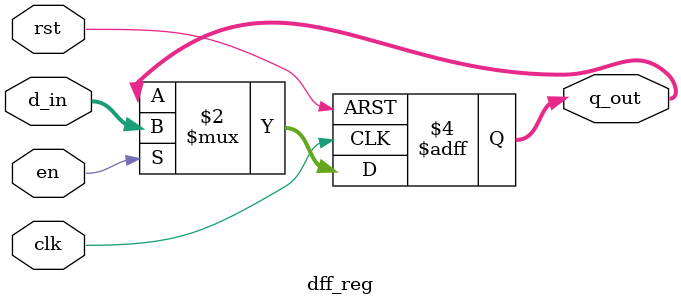
<source format=v>
`timescale 1ns / 1ps


module dff_reg #(
    parameter   WIDTH = 128)
(
    input   wire    clk,
    input   wire    rst,
    input   wire    en,
    input   wire    [127:0] d_in,
    output  reg     [127:0] q_out
    );
    
always @(posedge clk or posedge rst)
begin
    if(rst) q_out <= 0;
    else if(en) q_out <= d_in;
end
  
endmodule

</source>
